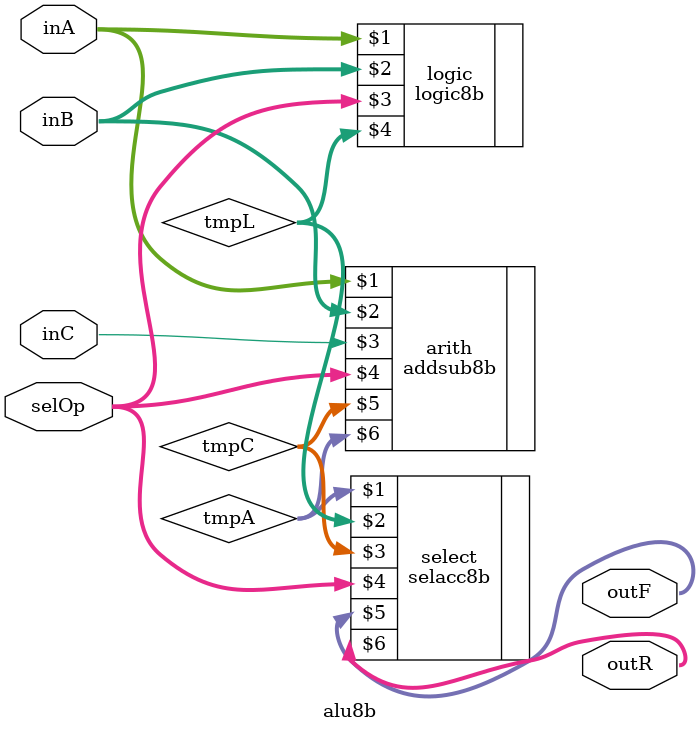
<source format=v>
module alu8b (inA,inB,inC,selOp,outF,outR);
input[7:0] inA,inB;
input[2:0] selOp; // selOp[2]=0(ARITH):1(LOGIC)
input inC; // from CY
output[7:0] outF,outR;

wire[7:0] tmpA,tmpL;
wire[1:0] tmpC; // AC & CY output from ARITH unit

addsub8b arith (inA,inB,inC,selOp,tmpC,tmpA);
logic8b logic (inA,inB,selOp,tmpL);
selacc8b select (tmpA,tmpL,tmpC,selOp,outF,outR);

endmodule
</source>
